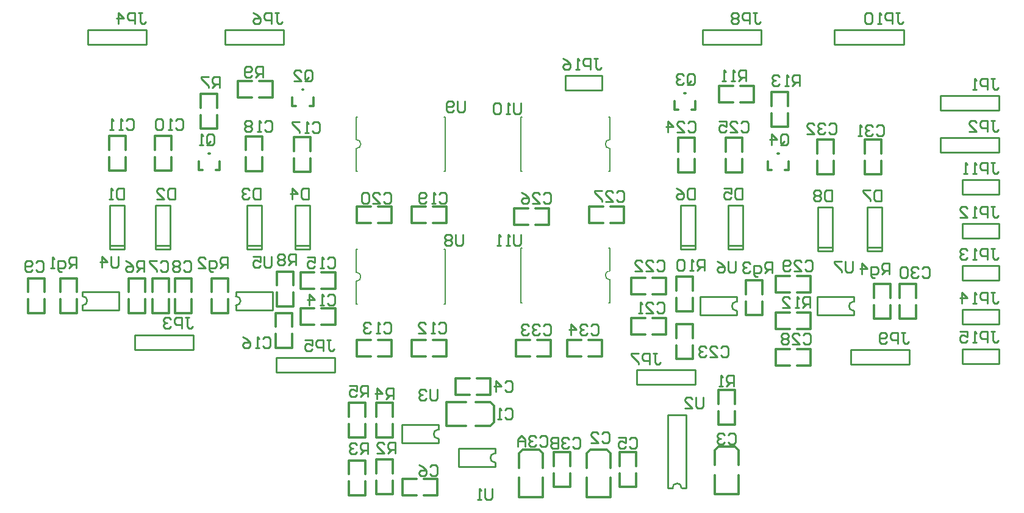
<source format=gbo>
G04*
G04 #@! TF.GenerationSoftware,Altium Limited,Altium Designer,24.2.2 (26)*
G04*
G04 Layer_Color=32896*
%FSLAX44Y44*%
%MOMM*%
G71*
G04*
G04 #@! TF.SameCoordinates,6AE4F847-9EFA-45B8-A2EA-998FC1DA7BFA*
G04*
G04*
G04 #@! TF.FilePolarity,Positive*
G04*
G01*
G75*
%ADD10C,0.2540*%
%ADD11C,0.3048*%
%ADD12C,0.2032*%
%ADD40C,0.2000*%
D10*
X935990Y24130D02*
G03*
X923290Y24130I-6350J0D01*
G01*
X676910Y72390D02*
G03*
X676910Y59690I0J-6350D01*
G01*
X598170Y105410D02*
G03*
X598170Y92710I0J-6350D01*
G01*
X104394Y277876D02*
G03*
X104394Y290576I0J6350D01*
G01*
X317246Y277876D02*
G03*
X317246Y290576I0J6350D01*
G01*
X1174750Y283210D02*
G03*
X1174750Y270510I0J-6350D01*
G01*
X1012190Y283210D02*
G03*
X1012190Y270510I0J-6350D01*
G01*
X916940Y24130D02*
Y125730D01*
X942340D01*
Y24130D02*
Y125730D01*
X935990Y24130D02*
X942340D01*
X916940D02*
X923290D01*
X626110Y53340D02*
X676910D01*
X626110D02*
Y78740D01*
X676910D01*
Y72390D02*
Y78740D01*
Y53340D02*
Y59690D01*
X547370Y86360D02*
X598170D01*
X547370D02*
Y111760D01*
X598170D01*
Y105410D02*
Y111760D01*
Y86360D02*
Y92710D01*
X873760Y187960D02*
X955040D01*
Y167640D02*
Y187960D01*
X873760Y167640D02*
X955040D01*
X873760D02*
Y177800D01*
Y187960D01*
X177038Y236728D02*
X258318D01*
Y216408D02*
Y236728D01*
X177038Y216408D02*
X258318D01*
X177038D02*
Y226568D01*
Y236728D01*
X104394Y296926D02*
X155194D01*
Y271526D02*
Y296926D01*
X104394Y271526D02*
X155194D01*
X104394D02*
Y277876D01*
Y290576D02*
Y296926D01*
X111760Y650240D02*
Y660400D01*
Y640080D02*
Y650240D01*
Y640080D02*
X193040D01*
Y660400D01*
X111760D02*
X193040D01*
X142240Y360934D02*
X162560D01*
X142240Y355854D02*
X162560D01*
Y416814D01*
X142240D02*
X162560D01*
X142240Y355854D02*
Y416814D01*
X205740Y360680D02*
X226060D01*
X205740Y355600D02*
X226060D01*
Y416560D01*
X205740D02*
X226060D01*
X205740Y355600D02*
Y416560D01*
X934720Y360680D02*
X955040D01*
X934720Y355600D02*
X955040D01*
Y416560D01*
X934720D02*
X955040D01*
X934720Y355600D02*
Y416560D01*
X1000760Y360934D02*
X1021080D01*
X1000760Y355854D02*
X1021080D01*
Y416814D01*
X1000760D02*
X1021080D01*
X1000760Y355854D02*
Y416814D01*
X399542Y360680D02*
X419862D01*
X399542Y355600D02*
X419862D01*
Y416560D01*
X399542D02*
X419862D01*
X399542Y355600D02*
Y416560D01*
X332486Y360934D02*
X352806D01*
X332486Y355854D02*
X352806D01*
Y416814D01*
X332486D02*
X352806D01*
X332486Y355854D02*
Y416814D01*
X317246Y290576D02*
Y296926D01*
Y271526D02*
Y277876D01*
Y271526D02*
X368046D01*
Y296926D01*
X317246D02*
X368046D01*
X1125220Y358140D02*
X1145540D01*
X1125220Y353060D02*
X1145540D01*
Y414020D01*
X1125220D02*
X1145540D01*
X1125220Y353060D02*
Y414020D01*
X1193800Y358394D02*
X1214120D01*
X1193800Y353314D02*
X1214120D01*
Y414274D01*
X1193800D02*
X1214120D01*
X1193800Y353314D02*
Y414274D01*
X1174750Y264160D02*
Y270510D01*
Y283210D02*
Y289560D01*
X1123950D02*
X1174750D01*
X1123950Y264160D02*
Y289560D01*
Y264160D02*
X1174750D01*
X1012190D02*
Y270510D01*
Y283210D02*
Y289560D01*
X961390D02*
X1012190D01*
X961390Y264160D02*
Y289560D01*
Y264160D02*
X1012190D01*
X965200Y650240D02*
Y660400D01*
Y640080D02*
Y650240D01*
Y640080D02*
X1046480D01*
Y660400D01*
X965200D02*
X1046480D01*
X1148080D02*
X1173480D01*
X1148080Y640080D02*
Y660400D01*
Y640080D02*
X1173480D01*
X1244600D02*
Y660400D01*
X1219200Y640080D02*
X1244600D01*
X1198880D02*
X1219200D01*
X1173480D02*
X1198880D01*
X1173480Y660400D02*
X1244600D01*
X302006Y650240D02*
Y660400D01*
Y640080D02*
Y650240D01*
Y640080D02*
X383286D01*
Y660400D01*
X302006D02*
X383286D01*
X1170940Y205740D02*
Y215900D01*
Y195580D02*
Y205740D01*
Y195580D02*
X1252220D01*
Y215900D01*
X1170940D02*
X1252220D01*
X373380Y195326D02*
Y205486D01*
Y185166D02*
Y195326D01*
Y185166D02*
X454660D01*
Y205486D01*
X373380D02*
X454660D01*
X825500Y576580D02*
Y586740D01*
X774700Y576580D02*
Y596900D01*
X779780D01*
X825500D01*
Y586740D02*
Y596900D01*
X774700Y576580D02*
X825500D01*
X1325880Y261620D02*
Y271780D01*
X1376680Y251460D02*
Y271780D01*
X1371600Y251460D02*
X1376680D01*
X1325880D02*
X1371600D01*
X1325880D02*
Y261620D01*
Y271780D02*
X1376680D01*
X1325880Y322580D02*
Y332740D01*
X1376680Y312420D02*
Y332740D01*
X1371600Y312420D02*
X1376680D01*
X1325880D02*
X1371600D01*
X1325880D02*
Y322580D01*
Y332740D02*
X1376680D01*
X1325880Y207010D02*
Y217170D01*
X1376680Y196850D02*
Y217170D01*
X1371600Y196850D02*
X1376680D01*
X1325880D02*
X1371600D01*
X1325880D02*
Y207010D01*
Y217170D02*
X1376680D01*
X1325880Y441960D02*
Y452120D01*
X1376680Y431800D02*
Y452120D01*
X1371600Y431800D02*
X1376680D01*
X1325880D02*
X1371600D01*
X1325880D02*
Y441960D01*
Y452120D02*
X1376680D01*
X1325880Y381000D02*
Y391160D01*
X1376680Y370840D02*
Y391160D01*
X1371600Y370840D02*
X1376680D01*
X1325880D02*
X1371600D01*
X1325880D02*
Y381000D01*
Y391160D02*
X1376680D01*
X1295400Y500380D02*
Y510540D01*
Y490220D02*
Y500380D01*
Y490220D02*
X1376680D01*
Y510540D01*
X1295400D02*
X1376680D01*
X1295400Y558800D02*
Y568960D01*
Y548640D02*
Y558800D01*
Y548640D02*
X1376680D01*
Y568960D01*
X1295400D02*
X1376680D01*
X1113784Y274322D02*
Y289557D01*
X1106166D01*
X1103627Y287018D01*
Y281940D01*
X1106166Y279401D01*
X1113784D01*
X1108706D02*
X1103627Y274322D01*
X1098549D02*
X1093470D01*
X1096010D01*
Y289557D01*
X1098549Y287018D01*
X1075696Y274322D02*
X1085853D01*
X1075696Y284479D01*
Y287018D01*
X1078235Y289557D01*
X1083314D01*
X1085853Y287018D01*
X712465Y375866D02*
Y363170D01*
X709926Y360631D01*
X704847D01*
X702308Y363170D01*
Y375866D01*
X697230Y360631D02*
X692151D01*
X694690D01*
Y375866D01*
X697230Y373326D01*
X684534Y360631D02*
X679455D01*
X681994D01*
Y375866D01*
X684534Y373326D01*
X712464Y558746D02*
Y546050D01*
X709925Y543511D01*
X704846D01*
X702307Y546050D01*
Y558746D01*
X697229Y543511D02*
X692150D01*
X694690D01*
Y558746D01*
X697229Y556207D01*
X684533D02*
X681994Y558746D01*
X676915D01*
X674376Y556207D01*
Y546050D01*
X676915Y543511D01*
X681994D01*
X684533Y546050D01*
Y556207D01*
X634996Y561286D02*
Y548590D01*
X632457Y546051D01*
X627378D01*
X624839Y548590D01*
Y561286D01*
X619761Y548590D02*
X617222Y546051D01*
X612143D01*
X609604Y548590D01*
Y558746D01*
X612143Y561286D01*
X617222D01*
X619761Y558746D01*
Y556207D01*
X617222Y553668D01*
X609604D01*
X632456Y375866D02*
Y363170D01*
X629917Y360631D01*
X624838D01*
X622299Y363170D01*
Y375866D01*
X617221Y373326D02*
X614682Y375866D01*
X609603D01*
X607064Y373326D01*
Y370787D01*
X609603Y368248D01*
X607064Y365709D01*
Y363170D01*
X609603Y360631D01*
X614682D01*
X617221Y363170D01*
Y365709D01*
X614682Y368248D01*
X617221Y370787D01*
Y373326D01*
X614682Y368248D02*
X609603D01*
X1173480Y338831D02*
Y326135D01*
X1170941Y323596D01*
X1165863D01*
X1163323Y326135D01*
Y338831D01*
X1158245D02*
X1148088D01*
Y336292D01*
X1158245Y326135D01*
Y323596D01*
X1010920Y338831D02*
Y326135D01*
X1008381Y323596D01*
X1003303D01*
X1000763Y326135D01*
Y338831D01*
X985528D02*
X990607Y336292D01*
X995685Y331213D01*
Y326135D01*
X993146Y323596D01*
X988067D01*
X985528Y326135D01*
Y328674D01*
X988067Y331213D01*
X995685D01*
X366776Y346197D02*
Y333501D01*
X364237Y330962D01*
X359159D01*
X356619Y333501D01*
Y346197D01*
X341384D02*
X351541D01*
Y338579D01*
X346463Y341119D01*
X343923D01*
X341384Y338579D01*
Y333501D01*
X343923Y330962D01*
X349002D01*
X351541Y333501D01*
X153924Y346197D02*
Y333501D01*
X151385Y330962D01*
X146306D01*
X143767Y333501D01*
Y346197D01*
X131071Y330962D02*
Y346197D01*
X138689Y338579D01*
X128532D01*
X596900Y161031D02*
Y148335D01*
X594361Y145796D01*
X589282D01*
X586743Y148335D01*
Y161031D01*
X581665Y158492D02*
X579126Y161031D01*
X574047D01*
X571508Y158492D01*
Y155953D01*
X574047Y153413D01*
X576587D01*
X574047D01*
X571508Y150874D01*
Y148335D01*
X574047Y145796D01*
X579126D01*
X581665Y148335D01*
X966216Y149855D02*
Y137159D01*
X963677Y134620D01*
X958598D01*
X956059Y137159D01*
Y149855D01*
X940824Y134620D02*
X950981D01*
X940824Y144777D01*
Y147316D01*
X943363Y149855D01*
X948442D01*
X950981Y147316D01*
X673097Y22857D02*
Y10162D01*
X670557Y7623D01*
X665479D01*
X662940Y10162D01*
Y22857D01*
X657862Y7623D02*
X652783D01*
X655322D01*
Y22857D01*
X657862Y20318D01*
X1224534Y321564D02*
Y336799D01*
X1216917D01*
X1214377Y334260D01*
Y329182D01*
X1216917Y326642D01*
X1224534D01*
X1219456D02*
X1214377Y321564D01*
X1204221Y316486D02*
X1201681D01*
X1199142Y319025D01*
Y331721D01*
X1206760D01*
X1209299Y329182D01*
Y324103D01*
X1206760Y321564D01*
X1199142D01*
X1186446D02*
Y336799D01*
X1194064Y329182D01*
X1183907D01*
X1061713Y322582D02*
Y337817D01*
X1054096D01*
X1051557Y335277D01*
Y330199D01*
X1054096Y327660D01*
X1061713D01*
X1056635D02*
X1051557Y322582D01*
X1041400Y317503D02*
X1038861D01*
X1036322Y320042D01*
Y332738D01*
X1043939D01*
X1046478Y330199D01*
Y325121D01*
X1043939Y322582D01*
X1036322D01*
X1031243Y335277D02*
X1028704Y337817D01*
X1023626D01*
X1021087Y335277D01*
Y332738D01*
X1023626Y330199D01*
X1026165D01*
X1023626D01*
X1021087Y327660D01*
Y325121D01*
X1023626Y322582D01*
X1028704D01*
X1031243Y325121D01*
X305816Y329946D02*
Y345181D01*
X298199D01*
X295659Y342642D01*
Y337564D01*
X298199Y335024D01*
X305816D01*
X300738D02*
X295659Y329946D01*
X285503Y324868D02*
X282963D01*
X280424Y327407D01*
Y340103D01*
X288042D01*
X290581Y337564D01*
Y332485D01*
X288042Y329946D01*
X280424D01*
X265189D02*
X275346D01*
X265189Y340103D01*
Y342642D01*
X267728Y345181D01*
X272807D01*
X275346Y342642D01*
X95250Y329946D02*
Y345181D01*
X87633D01*
X85093Y342642D01*
Y337564D01*
X87633Y335024D01*
X95250D01*
X90172D02*
X85093Y329946D01*
X74937Y324868D02*
X72397D01*
X69858Y327407D01*
Y340103D01*
X77476D01*
X80015Y337564D01*
Y332485D01*
X77476Y329946D01*
X69858D01*
X64780D02*
X59701D01*
X62241D01*
Y345181D01*
X64780Y342642D01*
X1099566Y583184D02*
Y598419D01*
X1091948D01*
X1089409Y595880D01*
Y590802D01*
X1091948Y588262D01*
X1099566D01*
X1094488D02*
X1089409Y583184D01*
X1084331D02*
X1079253D01*
X1081792D01*
Y598419D01*
X1084331Y595880D01*
X1071635D02*
X1069096Y598419D01*
X1064017D01*
X1061478Y595880D01*
Y593341D01*
X1064017Y590802D01*
X1066557D01*
X1064017D01*
X1061478Y588262D01*
Y585723D01*
X1064017Y583184D01*
X1069096D01*
X1071635Y585723D01*
X1024885Y589282D02*
Y604518D01*
X1017267D01*
X1014728Y601978D01*
Y596900D01*
X1017267Y594361D01*
X1024885D01*
X1019806D02*
X1014728Y589282D01*
X1009650D02*
X1004571D01*
X1007110D01*
Y604518D01*
X1009650Y601978D01*
X996954Y589282D02*
X991875D01*
X994415D01*
Y604518D01*
X996954Y601978D01*
X967486Y326644D02*
Y341879D01*
X959868D01*
X957329Y339340D01*
Y334262D01*
X959868Y331722D01*
X967486D01*
X962408D02*
X957329Y326644D01*
X952251D02*
X947173D01*
X949712D01*
Y341879D01*
X952251Y339340D01*
X939555D02*
X937016Y341879D01*
X931937D01*
X929398Y339340D01*
Y329183D01*
X931937Y326644D01*
X937016D01*
X939555Y329183D01*
Y339340D01*
X354834Y595125D02*
Y610359D01*
X347216D01*
X344677Y607820D01*
Y602742D01*
X347216Y600203D01*
X354834D01*
X349756D02*
X344677Y595125D01*
X339599Y597664D02*
X337060Y595125D01*
X331981D01*
X329442Y597664D01*
Y607820D01*
X331981Y610359D01*
X337060D01*
X339599Y607820D01*
Y605281D01*
X337060Y602742D01*
X329442D01*
X400304Y334010D02*
Y349245D01*
X392687D01*
X390147Y346706D01*
Y341628D01*
X392687Y339088D01*
X400304D01*
X395226D02*
X390147Y334010D01*
X385069Y346706D02*
X382530Y349245D01*
X377451D01*
X374912Y346706D01*
Y344167D01*
X377451Y341628D01*
X374912Y339088D01*
Y336549D01*
X377451Y334010D01*
X382530D01*
X385069Y336549D01*
Y339088D01*
X382530Y341628D01*
X385069Y344167D01*
Y346706D01*
X382530Y341628D02*
X377451D01*
X294386Y580644D02*
Y595879D01*
X286768D01*
X284229Y593340D01*
Y588261D01*
X286768Y585722D01*
X294386D01*
X289308D02*
X284229Y580644D01*
X279151Y595879D02*
X268994D01*
Y593340D01*
X279151Y583183D01*
Y580644D01*
X189992Y324866D02*
Y340101D01*
X182374D01*
X179835Y337562D01*
Y332483D01*
X182374Y329944D01*
X189992D01*
X184914D02*
X179835Y324866D01*
X164600Y340101D02*
X169679Y337562D01*
X174757Y332483D01*
Y327405D01*
X172218Y324866D01*
X167139D01*
X164600Y327405D01*
Y329944D01*
X167139Y332483D01*
X174757D01*
X500126Y151384D02*
Y166619D01*
X492509D01*
X489969Y164080D01*
Y159002D01*
X492509Y156462D01*
X500126D01*
X495048D02*
X489969Y151384D01*
X474734Y166619D02*
X484891D01*
Y159002D01*
X479813Y161541D01*
X477273D01*
X474734Y159002D01*
Y153923D01*
X477273Y151384D01*
X482352D01*
X484891Y153923D01*
X535936Y147323D02*
Y162558D01*
X528318D01*
X525779Y160018D01*
Y154940D01*
X528318Y152401D01*
X535936D01*
X530858D02*
X525779Y147323D01*
X513083D02*
Y162558D01*
X520701Y154940D01*
X510544D01*
X500126Y71374D02*
Y86609D01*
X492509D01*
X489969Y84070D01*
Y78991D01*
X492509Y76452D01*
X500126D01*
X495048D02*
X489969Y71374D01*
X484891Y84070D02*
X482352Y86609D01*
X477273D01*
X474734Y84070D01*
Y81531D01*
X477273Y78991D01*
X479813D01*
X477273D01*
X474734Y76452D01*
Y73913D01*
X477273Y71374D01*
X482352D01*
X484891Y73913D01*
X538226Y72644D02*
Y87879D01*
X530608D01*
X528069Y85340D01*
Y80261D01*
X530608Y77722D01*
X538226D01*
X533148D02*
X528069Y72644D01*
X512834D02*
X522991D01*
X512834Y82801D01*
Y85340D01*
X515373Y87879D01*
X520452D01*
X522991Y85340D01*
X1008377Y165103D02*
Y180338D01*
X1000759D01*
X998220Y177798D01*
Y172720D01*
X1000759Y170181D01*
X1008377D01*
X1003298D02*
X998220Y165103D01*
X993142D02*
X988063D01*
X990602D01*
Y180338D01*
X993142Y177798D01*
X1073407Y503427D02*
Y513584D01*
X1075947Y516123D01*
X1081025D01*
X1083564Y513584D01*
Y503427D01*
X1081025Y500888D01*
X1075947D01*
X1078486Y505966D02*
X1073407Y500888D01*
X1075947D02*
X1073407Y503427D01*
X1060711Y500888D02*
Y516123D01*
X1068329Y508506D01*
X1058172D01*
X943867Y587247D02*
Y597404D01*
X946406Y599943D01*
X951485D01*
X954024Y597404D01*
Y587247D01*
X951485Y584708D01*
X946406D01*
X948946Y589786D02*
X943867Y584708D01*
X946406D02*
X943867Y587247D01*
X938789Y597404D02*
X936250Y599943D01*
X931171D01*
X928632Y597404D01*
Y594865D01*
X931171Y592326D01*
X933711D01*
X931171D01*
X928632Y589786D01*
Y587247D01*
X931171Y584708D01*
X936250D01*
X938789Y587247D01*
X413515Y592581D02*
Y602738D01*
X416054Y605277D01*
X421133D01*
X423672Y602738D01*
Y592581D01*
X421133Y590042D01*
X416054D01*
X418594Y595120D02*
X413515Y590042D01*
X416054D02*
X413515Y592581D01*
X398280Y590042D02*
X408437D01*
X398280Y600199D01*
Y602738D01*
X400819Y605277D01*
X405898D01*
X408437Y602738D01*
X276609Y503427D02*
Y513584D01*
X279149Y516123D01*
X284227D01*
X286766Y513584D01*
Y503427D01*
X284227Y500888D01*
X279149D01*
X281688Y505966D02*
X276609Y500888D01*
X279149D02*
X276609Y503427D01*
X271531Y500888D02*
X266453D01*
X268992D01*
Y516123D01*
X271531Y513584D01*
X814073Y621025D02*
X819152D01*
X816612D01*
Y608329D01*
X819152Y605790D01*
X821691D01*
X824230Y608329D01*
X808995Y605790D02*
Y621025D01*
X801377D01*
X798838Y618486D01*
Y613408D01*
X801377Y610868D01*
X808995D01*
X793760Y605790D02*
X788681D01*
X791221D01*
Y621025D01*
X793760Y618486D01*
X770907Y621025D02*
X775986Y618486D01*
X781064Y613408D01*
Y608329D01*
X778525Y605790D01*
X773446D01*
X770907Y608329D01*
Y610868D01*
X773446Y613408D01*
X781064D01*
X1365253Y241295D02*
X1370332D01*
X1367793D01*
Y228599D01*
X1370332Y226060D01*
X1372871D01*
X1375410Y228599D01*
X1360175Y226060D02*
Y241295D01*
X1352557D01*
X1350018Y238756D01*
Y233678D01*
X1352557Y231138D01*
X1360175D01*
X1344940Y226060D02*
X1339861D01*
X1342401D01*
Y241295D01*
X1344940Y238756D01*
X1322087Y241295D02*
X1332244D01*
Y233678D01*
X1327166Y236217D01*
X1324626D01*
X1322087Y233678D01*
Y228599D01*
X1324626Y226060D01*
X1329705D01*
X1332244Y228599D01*
X1365253Y295905D02*
X1370332D01*
X1367793D01*
Y283209D01*
X1370332Y280670D01*
X1372871D01*
X1375410Y283209D01*
X1360175Y280670D02*
Y295905D01*
X1352557D01*
X1350018Y293366D01*
Y288288D01*
X1352557Y285748D01*
X1360175D01*
X1344940Y280670D02*
X1339861D01*
X1342401D01*
Y295905D01*
X1344940Y293366D01*
X1324626Y280670D02*
Y295905D01*
X1332244Y288288D01*
X1322087D01*
X1365253Y356865D02*
X1370332D01*
X1367793D01*
Y344169D01*
X1370332Y341630D01*
X1372871D01*
X1375410Y344169D01*
X1360175Y341630D02*
Y356865D01*
X1352557D01*
X1350018Y354326D01*
Y349248D01*
X1352557Y346708D01*
X1360175D01*
X1344940Y341630D02*
X1339861D01*
X1342401D01*
Y356865D01*
X1344940Y354326D01*
X1332244D02*
X1329705Y356865D01*
X1324626D01*
X1322087Y354326D01*
Y351787D01*
X1324626Y349248D01*
X1327166D01*
X1324626D01*
X1322087Y346708D01*
Y344169D01*
X1324626Y341630D01*
X1329705D01*
X1332244Y344169D01*
X1365253Y415285D02*
X1370332D01*
X1367793D01*
Y402589D01*
X1370332Y400050D01*
X1372871D01*
X1375410Y402589D01*
X1360175Y400050D02*
Y415285D01*
X1352557D01*
X1350018Y412746D01*
Y407668D01*
X1352557Y405128D01*
X1360175D01*
X1344940Y400050D02*
X1339861D01*
X1342401D01*
Y415285D01*
X1344940Y412746D01*
X1322087Y400050D02*
X1332244D01*
X1322087Y410207D01*
Y412746D01*
X1324626Y415285D01*
X1329705D01*
X1332244Y412746D01*
X1365253Y476245D02*
X1370332D01*
X1367793D01*
Y463549D01*
X1370332Y461010D01*
X1372871D01*
X1375410Y463549D01*
X1360175Y461010D02*
Y476245D01*
X1352557D01*
X1350018Y473706D01*
Y468628D01*
X1352557Y466088D01*
X1360175D01*
X1344940Y461010D02*
X1339861D01*
X1342401D01*
Y476245D01*
X1344940Y473706D01*
X1332244Y461010D02*
X1327166D01*
X1329705D01*
Y476245D01*
X1332244Y473706D01*
X1233173Y684525D02*
X1238252D01*
X1235713D01*
Y671829D01*
X1238252Y669290D01*
X1240791D01*
X1243330Y671829D01*
X1228095Y669290D02*
Y684525D01*
X1220477D01*
X1217938Y681986D01*
Y676908D01*
X1220477Y674368D01*
X1228095D01*
X1212860Y669290D02*
X1207782D01*
X1210321D01*
Y684525D01*
X1212860Y681986D01*
X1200164D02*
X1197625Y684525D01*
X1192546D01*
X1190007Y681986D01*
Y671829D01*
X1192546Y669290D01*
X1197625D01*
X1200164Y671829D01*
Y681986D01*
X1240793Y240025D02*
X1245872D01*
X1243333D01*
Y227329D01*
X1245872Y224790D01*
X1248411D01*
X1250950Y227329D01*
X1235715Y224790D02*
Y240025D01*
X1228097D01*
X1225558Y237486D01*
Y232407D01*
X1228097Y229868D01*
X1235715D01*
X1220480Y227329D02*
X1217941Y224790D01*
X1212862D01*
X1210323Y227329D01*
Y237486D01*
X1212862Y240025D01*
X1217941D01*
X1220480Y237486D01*
Y234947D01*
X1217941Y232407D01*
X1210323D01*
X1035053Y684525D02*
X1040132D01*
X1037592D01*
Y671829D01*
X1040132Y669290D01*
X1042671D01*
X1045210Y671829D01*
X1029975Y669290D02*
Y684525D01*
X1022357D01*
X1019818Y681986D01*
Y676908D01*
X1022357Y674368D01*
X1029975D01*
X1014740Y681986D02*
X1012201Y684525D01*
X1007122D01*
X1004583Y681986D01*
Y679447D01*
X1007122Y676908D01*
X1004583Y674368D01*
Y671829D01*
X1007122Y669290D01*
X1012201D01*
X1014740Y671829D01*
Y674368D01*
X1012201Y676908D01*
X1014740Y679447D01*
Y681986D01*
X1012201Y676908D02*
X1007122D01*
X896617Y210818D02*
X901695D01*
X899156D01*
Y198122D01*
X901695Y195583D01*
X904234D01*
X906773Y198122D01*
X891538Y195583D02*
Y210818D01*
X883921D01*
X881382Y208278D01*
Y203200D01*
X883921Y200661D01*
X891538D01*
X876303Y210818D02*
X866147D01*
Y208278D01*
X876303Y198122D01*
Y195583D01*
X371859Y684525D02*
X376938D01*
X374398D01*
Y671829D01*
X376938Y669290D01*
X379477D01*
X382016Y671829D01*
X366781Y669290D02*
Y684525D01*
X359163D01*
X356624Y681986D01*
Y676908D01*
X359163Y674368D01*
X366781D01*
X341389Y684525D02*
X346468Y681986D01*
X351546Y676908D01*
Y671829D01*
X349007Y669290D01*
X343928D01*
X341389Y671829D01*
Y674368D01*
X343928Y676908D01*
X351546D01*
X443233Y229611D02*
X448312D01*
X445773D01*
Y216915D01*
X448312Y214376D01*
X450851D01*
X453390Y216915D01*
X438155Y214376D02*
Y229611D01*
X430537D01*
X427998Y227072D01*
Y221994D01*
X430537Y219454D01*
X438155D01*
X412763Y229611D02*
X422920D01*
Y221994D01*
X417841Y224533D01*
X415302D01*
X412763Y221994D01*
Y216915D01*
X415302Y214376D01*
X420381D01*
X422920Y216915D01*
X181613Y684525D02*
X186692D01*
X184153D01*
Y671829D01*
X186692Y669290D01*
X189231D01*
X191770Y671829D01*
X176535Y669290D02*
Y684525D01*
X168917D01*
X166378Y681986D01*
Y676908D01*
X168917Y674368D01*
X176535D01*
X153682Y669290D02*
Y684525D01*
X161300Y676908D01*
X151143D01*
X246891Y260853D02*
X251970D01*
X249431D01*
Y248157D01*
X251970Y245618D01*
X254509D01*
X257048Y248157D01*
X241813Y245618D02*
Y260853D01*
X234195D01*
X231656Y258314D01*
Y253235D01*
X234195Y250696D01*
X241813D01*
X226578Y258314D02*
X224039Y260853D01*
X218960D01*
X216421Y258314D01*
Y255775D01*
X218960Y253235D01*
X221500D01*
X218960D01*
X216421Y250696D01*
Y248157D01*
X218960Y245618D01*
X224039D01*
X226578Y248157D01*
X1365253Y534665D02*
X1370332D01*
X1367793D01*
Y521969D01*
X1370332Y519430D01*
X1372871D01*
X1375410Y521969D01*
X1360175Y519430D02*
Y534665D01*
X1352557D01*
X1350018Y532126D01*
Y527048D01*
X1352557Y524508D01*
X1360175D01*
X1334783Y519430D02*
X1344940D01*
X1334783Y529587D01*
Y532126D01*
X1337322Y534665D01*
X1342401D01*
X1344940Y532126D01*
X1365253Y593085D02*
X1370332D01*
X1367793D01*
Y580389D01*
X1370332Y577850D01*
X1372871D01*
X1375410Y580389D01*
X1360175Y577850D02*
Y593085D01*
X1352557D01*
X1350018Y590546D01*
Y585467D01*
X1352557Y582928D01*
X1360175D01*
X1344940Y577850D02*
X1339861D01*
X1342401D01*
Y593085D01*
X1344940Y590546D01*
X1144270Y438145D02*
Y422910D01*
X1136653D01*
X1134113Y425449D01*
Y435606D01*
X1136653Y438145D01*
X1144270D01*
X1129035Y435606D02*
X1126496Y438145D01*
X1121417D01*
X1118878Y435606D01*
Y433067D01*
X1121417Y430527D01*
X1118878Y427988D01*
Y425449D01*
X1121417Y422910D01*
X1126496D01*
X1129035Y425449D01*
Y427988D01*
X1126496Y430527D01*
X1129035Y433067D01*
Y435606D01*
X1126496Y430527D02*
X1121417D01*
X1212850Y438399D02*
Y423164D01*
X1205232D01*
X1202693Y425703D01*
Y435860D01*
X1205232Y438399D01*
X1212850D01*
X1197615D02*
X1187458D01*
Y435860D01*
X1197615Y425703D01*
Y423164D01*
X953770Y440685D02*
Y425450D01*
X946152D01*
X943613Y427989D01*
Y438146D01*
X946152Y440685D01*
X953770D01*
X928378D02*
X933457Y438146D01*
X938535Y433068D01*
Y427989D01*
X935996Y425450D01*
X930917D01*
X928378Y427989D01*
Y430528D01*
X930917Y433068D01*
X938535D01*
X1019810Y440939D02*
Y425704D01*
X1012193D01*
X1009653Y428243D01*
Y438400D01*
X1012193Y440939D01*
X1019810D01*
X994418D02*
X1004575D01*
Y433321D01*
X999497Y435861D01*
X996957D01*
X994418Y433321D01*
Y428243D01*
X996957Y425704D01*
X1002036D01*
X1004575Y428243D01*
X418592Y440685D02*
Y425450D01*
X410975D01*
X408435Y427989D01*
Y438146D01*
X410975Y440685D01*
X418592D01*
X395739Y425450D02*
Y440685D01*
X403357Y433068D01*
X393200D01*
X351536Y440939D02*
Y425704D01*
X343918D01*
X341379Y428243D01*
Y438400D01*
X343918Y440939D01*
X351536D01*
X336301Y438400D02*
X333762Y440939D01*
X328683D01*
X326144Y438400D01*
Y435861D01*
X328683Y433321D01*
X331223D01*
X328683D01*
X326144Y430782D01*
Y428243D01*
X328683Y425704D01*
X333762D01*
X336301Y428243D01*
X232410Y440685D02*
Y425450D01*
X224792D01*
X222253Y427989D01*
Y438146D01*
X224792Y440685D01*
X232410D01*
X207018Y425450D02*
X217175D01*
X207018Y435607D01*
Y438146D01*
X209557Y440685D01*
X214636D01*
X217175Y438146D01*
X161290Y440939D02*
Y425704D01*
X153673D01*
X151133Y428243D01*
Y438400D01*
X153673Y440939D01*
X161290D01*
X146055Y425704D02*
X140977D01*
X143516D01*
Y440939D01*
X146055Y438400D01*
X810257Y248918D02*
X812796Y251458D01*
X817874D01*
X820413Y248918D01*
Y238762D01*
X817874Y236222D01*
X812796D01*
X810257Y238762D01*
X805178Y248918D02*
X802639Y251458D01*
X797561D01*
X795022Y248918D01*
Y246379D01*
X797561Y243840D01*
X800100D01*
X797561D01*
X795022Y241301D01*
Y238762D01*
X797561Y236222D01*
X802639D01*
X805178Y238762D01*
X782326Y236222D02*
Y251458D01*
X789943Y243840D01*
X779787D01*
X744217Y248918D02*
X746756Y251458D01*
X751834D01*
X754373Y248918D01*
Y238762D01*
X751834Y236222D01*
X746756D01*
X744217Y238762D01*
X739138Y248918D02*
X736599Y251458D01*
X731521D01*
X728982Y248918D01*
Y246379D01*
X731521Y243840D01*
X734060D01*
X731521D01*
X728982Y241301D01*
Y238762D01*
X731521Y236222D01*
X736599D01*
X739138Y238762D01*
X723903Y248918D02*
X721364Y251458D01*
X716286D01*
X713747Y248918D01*
Y246379D01*
X716286Y243840D01*
X718825D01*
X716286D01*
X713747Y241301D01*
Y238762D01*
X716286Y236222D01*
X721364D01*
X723903Y238762D01*
X1140457Y528318D02*
X1142996Y530858D01*
X1148074D01*
X1150613Y528318D01*
Y518162D01*
X1148074Y515622D01*
X1142996D01*
X1140457Y518162D01*
X1135378Y528318D02*
X1132839Y530858D01*
X1127761D01*
X1125222Y528318D01*
Y525779D01*
X1127761Y523240D01*
X1130300D01*
X1127761D01*
X1125222Y520701D01*
Y518162D01*
X1127761Y515622D01*
X1132839D01*
X1135378Y518162D01*
X1109987Y515622D02*
X1120143D01*
X1109987Y525779D01*
Y528318D01*
X1112526Y530858D01*
X1117604D01*
X1120143Y528318D01*
X1206497Y525778D02*
X1209037Y528317D01*
X1214115D01*
X1216654Y525778D01*
Y515622D01*
X1214115Y513083D01*
X1209037D01*
X1206497Y515622D01*
X1201419Y525778D02*
X1198880Y528317D01*
X1193802D01*
X1191262Y525778D01*
Y523239D01*
X1193802Y520700D01*
X1196341D01*
X1193802D01*
X1191262Y518161D01*
Y515622D01*
X1193802Y513083D01*
X1198880D01*
X1201419Y515622D01*
X1186184Y513083D02*
X1181106D01*
X1183645D01*
Y528317D01*
X1186184Y525778D01*
X1269749Y329180D02*
X1272289Y331719D01*
X1277367D01*
X1279906Y329180D01*
Y319023D01*
X1277367Y316484D01*
X1272289D01*
X1269749Y319023D01*
X1264671Y329180D02*
X1262132Y331719D01*
X1257053D01*
X1254514Y329180D01*
Y326641D01*
X1257053Y324101D01*
X1259593D01*
X1257053D01*
X1254514Y321562D01*
Y319023D01*
X1257053Y316484D01*
X1262132D01*
X1264671Y319023D01*
X1249436Y329180D02*
X1246897Y331719D01*
X1241818D01*
X1239279Y329180D01*
Y319023D01*
X1241818Y316484D01*
X1246897D01*
X1249436Y319023D01*
Y329180D01*
X1107437Y337818D02*
X1109976Y340358D01*
X1115054D01*
X1117593Y337818D01*
Y327662D01*
X1115054Y325122D01*
X1109976D01*
X1107437Y327662D01*
X1092202Y325122D02*
X1102358D01*
X1092202Y335279D01*
Y337818D01*
X1094741Y340358D01*
X1099819D01*
X1102358Y337818D01*
X1087123Y327662D02*
X1084584Y325122D01*
X1079506D01*
X1076967Y327662D01*
Y337818D01*
X1079506Y340358D01*
X1084584D01*
X1087123Y337818D01*
Y335279D01*
X1084584Y332740D01*
X1076967D01*
X1104897Y236218D02*
X1107436Y238757D01*
X1112514D01*
X1115053Y236218D01*
Y226062D01*
X1112514Y223522D01*
X1107436D01*
X1104897Y226062D01*
X1089662Y223522D02*
X1099818D01*
X1089662Y233679D01*
Y236218D01*
X1092201Y238757D01*
X1097279D01*
X1099818Y236218D01*
X1084583D02*
X1082044Y238757D01*
X1076966D01*
X1074427Y236218D01*
Y233679D01*
X1076966Y231140D01*
X1074427Y228601D01*
Y226062D01*
X1076966Y223522D01*
X1082044D01*
X1084583Y226062D01*
Y228601D01*
X1082044Y231140D01*
X1084583Y233679D01*
Y236218D01*
X1082044Y231140D02*
X1076966D01*
X845817Y434338D02*
X848356Y436878D01*
X853434D01*
X855973Y434338D01*
Y424182D01*
X853434Y421642D01*
X848356D01*
X845817Y424182D01*
X830582Y421642D02*
X840738D01*
X830582Y431799D01*
Y434338D01*
X833121Y436878D01*
X838199D01*
X840738Y434338D01*
X825503Y436878D02*
X815347D01*
Y434338D01*
X825503Y424182D01*
Y421642D01*
X744217Y431798D02*
X746756Y434338D01*
X751834D01*
X754373Y431798D01*
Y421642D01*
X751834Y419103D01*
X746756D01*
X744217Y421642D01*
X728982Y419103D02*
X739138D01*
X728982Y429259D01*
Y431798D01*
X731521Y434338D01*
X736599D01*
X739138Y431798D01*
X713747Y434338D02*
X718825Y431798D01*
X723903Y426720D01*
Y421642D01*
X721364Y419103D01*
X716286D01*
X713747Y421642D01*
Y424181D01*
X716286Y426720D01*
X723903D01*
X1018537Y530858D02*
X1021076Y533397D01*
X1026154D01*
X1028693Y530858D01*
Y520702D01*
X1026154Y518162D01*
X1021076D01*
X1018537Y520702D01*
X1003302Y518162D02*
X1013458D01*
X1003302Y528319D01*
Y530858D01*
X1005841Y533397D01*
X1010919D01*
X1013458Y530858D01*
X988067Y533397D02*
X998223D01*
Y525780D01*
X993145Y528319D01*
X990606D01*
X988067Y525780D01*
Y520702D01*
X990606Y518162D01*
X995684D01*
X998223Y520702D01*
X944877Y530858D02*
X947416Y533397D01*
X952494D01*
X955033Y530858D01*
Y520702D01*
X952494Y518162D01*
X947416D01*
X944877Y520702D01*
X929642Y518162D02*
X939798D01*
X929642Y528319D01*
Y530858D01*
X932181Y533397D01*
X937259D01*
X939798Y530858D01*
X916946Y518162D02*
Y533397D01*
X924563Y525780D01*
X914407D01*
X990597Y218438D02*
X993136Y220977D01*
X998214D01*
X1000753Y218438D01*
Y208282D01*
X998214Y205742D01*
X993136D01*
X990597Y208282D01*
X975362Y205742D02*
X985518D01*
X975362Y215899D01*
Y218438D01*
X977901Y220977D01*
X982979D01*
X985518Y218438D01*
X970283D02*
X967744Y220977D01*
X962666D01*
X960127Y218438D01*
Y215899D01*
X962666Y213360D01*
X965205D01*
X962666D01*
X960127Y210821D01*
Y208282D01*
X962666Y205742D01*
X967744D01*
X970283Y208282D01*
X901697Y337818D02*
X904236Y340358D01*
X909314D01*
X911853Y337818D01*
Y327662D01*
X909314Y325122D01*
X904236D01*
X901697Y327662D01*
X886462Y325122D02*
X896618D01*
X886462Y335279D01*
Y337818D01*
X889001Y340358D01*
X894079D01*
X896618Y337818D01*
X871227Y325122D02*
X881383D01*
X871227Y335279D01*
Y337818D01*
X873766Y340358D01*
X878844D01*
X881383Y337818D01*
X901697Y279398D02*
X904237Y281938D01*
X909315D01*
X911854Y279398D01*
Y269242D01*
X909315Y266702D01*
X904237D01*
X901697Y269242D01*
X886462Y266702D02*
X896619D01*
X886462Y276859D01*
Y279398D01*
X889002Y281938D01*
X894080D01*
X896619Y279398D01*
X881384Y266702D02*
X876306D01*
X878845D01*
Y281938D01*
X881384Y279398D01*
X522729Y431798D02*
X525268Y434338D01*
X530346D01*
X532885Y431798D01*
Y421642D01*
X530346Y419103D01*
X525268D01*
X522729Y421642D01*
X507494Y419103D02*
X517650D01*
X507494Y429259D01*
Y431798D01*
X510033Y434338D01*
X515111D01*
X517650Y431798D01*
X502415D02*
X499876Y434338D01*
X494798D01*
X492259Y431798D01*
Y421642D01*
X494798Y419103D01*
X499876D01*
X502415Y421642D01*
Y431798D01*
X599437Y432052D02*
X601976Y434591D01*
X607055D01*
X609594Y432052D01*
Y421896D01*
X607055Y419356D01*
X601976D01*
X599437Y421896D01*
X594359Y419356D02*
X589280D01*
X591820D01*
Y434591D01*
X594359Y432052D01*
X581663Y421896D02*
X579124Y419356D01*
X574045D01*
X571506Y421896D01*
Y432052D01*
X574045Y434591D01*
X579124D01*
X581663Y432052D01*
Y429513D01*
X579124Y426974D01*
X571506D01*
X357629Y532128D02*
X360168Y534668D01*
X365247D01*
X367786Y532128D01*
Y521972D01*
X365247Y519432D01*
X360168D01*
X357629Y521972D01*
X352551Y519432D02*
X347472D01*
X350012D01*
Y534668D01*
X352551Y532128D01*
X339855D02*
X337316Y534668D01*
X332237D01*
X329698Y532128D01*
Y529589D01*
X332237Y527050D01*
X329698Y524511D01*
Y521972D01*
X332237Y519432D01*
X337316D01*
X339855Y521972D01*
Y524511D01*
X337316Y527050D01*
X339855Y529589D01*
Y532128D01*
X337316Y527050D02*
X332237D01*
X422907Y530350D02*
X425446Y532890D01*
X430525D01*
X433064Y530350D01*
Y520194D01*
X430525Y517654D01*
X425446D01*
X422907Y520194D01*
X417829Y517654D02*
X412750D01*
X415290D01*
Y532890D01*
X417829Y530350D01*
X405133Y532890D02*
X394976D01*
Y530350D01*
X405133Y520194D01*
Y517654D01*
X355089Y231900D02*
X357628Y234440D01*
X362707D01*
X365246Y231900D01*
Y221744D01*
X362707Y219205D01*
X357628D01*
X355089Y221744D01*
X350011Y219205D02*
X344932D01*
X347472D01*
Y234440D01*
X350011Y231900D01*
X327158Y234440D02*
X332237Y231900D01*
X337315Y226822D01*
Y221744D01*
X334776Y219205D01*
X329697D01*
X327158Y221744D01*
Y224283D01*
X329697Y226822D01*
X337315D01*
X444751Y342136D02*
X447290Y344675D01*
X452369D01*
X454908Y342136D01*
Y331980D01*
X452369Y329440D01*
X447290D01*
X444751Y331980D01*
X439673Y329440D02*
X434594D01*
X437134D01*
Y344675D01*
X439673Y342136D01*
X416820Y344675D02*
X426977D01*
Y337058D01*
X421898Y339597D01*
X419359D01*
X416820Y337058D01*
Y331980D01*
X419359Y329440D01*
X424438D01*
X426977Y331980D01*
X444243Y290574D02*
X446782Y293113D01*
X451861D01*
X454400Y290574D01*
Y280418D01*
X451861Y277878D01*
X446782D01*
X444243Y280418D01*
X439165Y277878D02*
X434086D01*
X436626D01*
Y293113D01*
X439165Y290574D01*
X418851Y277878D02*
Y293113D01*
X426469Y285496D01*
X416312D01*
X522227Y251710D02*
X524767Y254249D01*
X529845D01*
X532384Y251710D01*
Y241553D01*
X529845Y239014D01*
X524767D01*
X522227Y241553D01*
X517149Y239014D02*
X512071D01*
X514610D01*
Y254249D01*
X517149Y251710D01*
X504453D02*
X501914Y254249D01*
X496836D01*
X494296Y251710D01*
Y249171D01*
X496836Y246632D01*
X499375D01*
X496836D01*
X494296Y244092D01*
Y241553D01*
X496836Y239014D01*
X501914D01*
X504453Y241553D01*
X598427Y251710D02*
X600966Y254249D01*
X606045D01*
X608584Y251710D01*
Y241553D01*
X606045Y239014D01*
X600966D01*
X598427Y241553D01*
X593349Y239014D02*
X588271D01*
X590810D01*
Y254249D01*
X593349Y251710D01*
X570496Y239014D02*
X580653D01*
X570496Y249171D01*
Y251710D01*
X573036Y254249D01*
X578114D01*
X580653Y251710D01*
X164849Y534920D02*
X167388Y537459D01*
X172467D01*
X175006Y534920D01*
Y524763D01*
X172467Y522224D01*
X167388D01*
X164849Y524763D01*
X159771Y522224D02*
X154693D01*
X157232D01*
Y537459D01*
X159771Y534920D01*
X147075Y522224D02*
X141997D01*
X144536D01*
Y537459D01*
X147075Y534920D01*
X233429D02*
X235968Y537459D01*
X241047D01*
X243586Y534920D01*
Y524763D01*
X241047Y522224D01*
X235968D01*
X233429Y524763D01*
X228351Y522224D02*
X223273D01*
X225812D01*
Y537459D01*
X228351Y534920D01*
X215655D02*
X213116Y537459D01*
X208037D01*
X205498Y534920D01*
Y524763D01*
X208037Y522224D01*
X213116D01*
X215655Y524763D01*
Y534920D01*
X40135Y337562D02*
X42674Y340101D01*
X47753D01*
X50292Y337562D01*
Y327405D01*
X47753Y324866D01*
X42674D01*
X40135Y327405D01*
X35057D02*
X32518Y324866D01*
X27439D01*
X24900Y327405D01*
Y337562D01*
X27439Y340101D01*
X32518D01*
X35057Y337562D01*
Y335023D01*
X32518Y332483D01*
X24900D01*
X244859Y337562D02*
X247398Y340101D01*
X252477D01*
X255016Y337562D01*
Y327405D01*
X252477Y324866D01*
X247398D01*
X244859Y327405D01*
X239781Y337562D02*
X237242Y340101D01*
X232163D01*
X229624Y337562D01*
Y335023D01*
X232163Y332483D01*
X229624Y329944D01*
Y327405D01*
X232163Y324866D01*
X237242D01*
X239781Y327405D01*
Y329944D01*
X237242Y332483D01*
X239781Y335023D01*
Y337562D01*
X237242Y332483D02*
X232163D01*
X212855Y337562D02*
X215394Y340101D01*
X220473D01*
X223012Y337562D01*
Y327405D01*
X220473Y324866D01*
X215394D01*
X212855Y327405D01*
X207777Y340101D02*
X197620D01*
Y337562D01*
X207777Y327405D01*
Y324866D01*
X586739Y53338D02*
X589278Y55877D01*
X594357D01*
X596896Y53338D01*
Y43182D01*
X594357Y40642D01*
X589278D01*
X586739Y43182D01*
X571504Y55877D02*
X576582Y53338D01*
X581661Y48260D01*
Y43182D01*
X579122Y40642D01*
X574043D01*
X571504Y43182D01*
Y45721D01*
X574043Y48260D01*
X581661D01*
X863599Y91438D02*
X866138Y93977D01*
X871217D01*
X873756Y91438D01*
Y81282D01*
X871217Y78742D01*
X866138D01*
X863599Y81282D01*
X848364Y93977D02*
X858521D01*
Y86360D01*
X853443Y88899D01*
X850903D01*
X848364Y86360D01*
Y81282D01*
X850903Y78742D01*
X855982D01*
X858521Y81282D01*
X690879Y170178D02*
X693418Y172717D01*
X698497D01*
X701036Y170178D01*
Y160022D01*
X698497Y157483D01*
X693418D01*
X690879Y160022D01*
X678183Y157483D02*
Y172717D01*
X685801Y165100D01*
X675644D01*
X1000759Y97788D02*
X1003298Y100328D01*
X1008377D01*
X1010916Y97788D01*
Y87632D01*
X1008377Y85092D01*
X1003298D01*
X1000759Y87632D01*
X995681Y97788D02*
X993142Y100328D01*
X988063D01*
X985524Y97788D01*
Y95249D01*
X988063Y92710D01*
X990602D01*
X988063D01*
X985524Y90171D01*
Y87632D01*
X988063Y85092D01*
X993142D01*
X995681Y87632D01*
X784857Y91438D02*
X787396Y93977D01*
X792474D01*
X795013Y91438D01*
Y81282D01*
X792474Y78742D01*
X787396D01*
X784857Y81282D01*
X779778Y91438D02*
X777239Y93977D01*
X772161D01*
X769622Y91438D01*
Y88899D01*
X772161Y86360D01*
X774700D01*
X772161D01*
X769622Y83821D01*
Y81282D01*
X772161Y78742D01*
X777239D01*
X779778Y81282D01*
X764543Y93977D02*
Y78742D01*
X756926D01*
X754387Y81282D01*
Y83821D01*
X756926Y86360D01*
X764543D01*
X756926D01*
X754387Y88899D01*
Y91438D01*
X756926Y93977D01*
X764543D01*
X739137Y93978D02*
X741676Y96517D01*
X746754D01*
X749293Y93978D01*
Y83822D01*
X746754Y81283D01*
X741676D01*
X739137Y83822D01*
X734058Y93978D02*
X731519Y96517D01*
X726441D01*
X723902Y93978D01*
Y91439D01*
X726441Y88900D01*
X728980D01*
X726441D01*
X723902Y86361D01*
Y83822D01*
X726441Y81283D01*
X731519D01*
X734058Y83822D01*
X718823Y81283D02*
Y91439D01*
X713745Y96517D01*
X708667Y91439D01*
Y81283D01*
Y88900D01*
X718823D01*
X825499Y99058D02*
X828038Y101597D01*
X833117D01*
X835656Y99058D01*
Y88902D01*
X833117Y86362D01*
X828038D01*
X825499Y88902D01*
X810264Y86362D02*
X820421D01*
X810264Y96519D01*
Y99058D01*
X812803Y101597D01*
X817882D01*
X820421Y99058D01*
X690880Y132078D02*
X693419Y134618D01*
X698497D01*
X701037Y132078D01*
Y121922D01*
X698497Y119382D01*
X693419D01*
X690880Y121922D01*
X685802Y119382D02*
X680723D01*
X683262D01*
Y134618D01*
X685802Y132078D01*
D11*
X831850Y77470D02*
X836930Y72390D01*
X803910D02*
X808990Y77470D01*
X831850D01*
X803910Y11430D02*
X836930D01*
X803910Y52070D02*
Y72390D01*
X836930Y52070D02*
Y72390D01*
X803910Y11430D02*
Y38100D01*
X836930Y11430D02*
Y38100D01*
X849630Y25400D02*
X872490D01*
X849630Y73660D02*
X872490D01*
X849630Y25400D02*
Y44450D01*
X872490Y25400D02*
Y44450D01*
Y54610D02*
Y73660D01*
X849630Y54610D02*
Y73660D01*
X1009650Y81280D02*
X1014730Y76200D01*
X981710D02*
X986790Y81280D01*
X1009650D01*
X981710Y15240D02*
X1014730D01*
X981710Y55880D02*
Y76200D01*
X1014730Y55880D02*
Y76200D01*
X981710Y15240D02*
Y41910D01*
X1014730Y15240D02*
Y41910D01*
X986790Y111760D02*
X1009650D01*
X986790Y160020D02*
X1009650D01*
X986790Y111760D02*
Y130810D01*
X1009650Y111760D02*
Y130810D01*
Y140970D02*
Y160020D01*
X986790Y140970D02*
Y160020D01*
X758190Y25400D02*
X781050D01*
X758190Y73660D02*
X781050D01*
X758190Y25400D02*
Y44450D01*
X781050Y25400D02*
Y44450D01*
Y54610D02*
Y73660D01*
X758190Y54610D02*
Y73660D01*
X737870Y77470D02*
X742950Y72390D01*
X709930D02*
X715010Y77470D01*
X737870D01*
X709930Y11430D02*
X742950D01*
X709930Y52070D02*
Y72390D01*
X742950Y52070D02*
Y72390D01*
X709930Y11430D02*
Y38100D01*
X742950Y11430D02*
Y38100D01*
X670560Y110490D02*
X675640Y115570D01*
X670560Y143510D02*
X675640Y138430D01*
Y115570D02*
Y138430D01*
X609600Y110490D02*
Y143510D01*
X650240D02*
X670560D01*
X650240Y110490D02*
X670560D01*
X609600Y143510D02*
X636270D01*
X609600Y110490D02*
X636270D01*
X622300Y153670D02*
Y176530D01*
X670560Y153670D02*
Y176530D01*
X622300D02*
X641350D01*
X622300Y153670D02*
X641350D01*
X651510D02*
X670560D01*
X651510Y176530D02*
X670560D01*
X548640Y13970D02*
Y36830D01*
X596900Y13970D02*
Y36830D01*
X548640D02*
X567690D01*
X548640Y13970D02*
X567690D01*
X577850D02*
X596900D01*
X577850Y36830D02*
X596900D01*
X511810Y63500D02*
X534670D01*
X511810Y15240D02*
X534670D01*
Y44450D02*
Y63500D01*
X511810Y44450D02*
Y63500D01*
Y15240D02*
Y34290D01*
X534670Y15240D02*
Y34290D01*
X473710Y62230D02*
X496570D01*
X473710Y13970D02*
X496570D01*
Y43180D02*
Y62230D01*
X473710Y43180D02*
Y62230D01*
Y13970D02*
Y33020D01*
X496570Y13970D02*
Y33020D01*
X473710Y142240D02*
X496570D01*
X473710Y93980D02*
X496570D01*
Y123190D02*
Y142240D01*
X473710Y123190D02*
Y142240D01*
Y93980D02*
Y113030D01*
X496570Y93980D02*
Y113030D01*
X511810Y93980D02*
X534670D01*
X511810Y142240D02*
X534670D01*
X511810Y93980D02*
Y113030D01*
X534670Y93980D02*
Y113030D01*
Y123190D02*
Y142240D01*
X511810Y123190D02*
Y142240D01*
X1024890Y264160D02*
X1047750D01*
X1024890Y312420D02*
X1047750D01*
X1024890Y264160D02*
Y283210D01*
X1047750Y264160D02*
Y283210D01*
Y293370D02*
Y312420D01*
X1024890Y293370D02*
Y312420D01*
X28448Y267462D02*
X51308D01*
X28448Y315722D02*
X51308D01*
X28448Y267462D02*
Y286512D01*
X51308Y267462D02*
Y286512D01*
Y296672D02*
Y315722D01*
X28448Y296672D02*
Y315722D01*
X201168Y267462D02*
X224028D01*
X201168Y315722D02*
X224028D01*
X201168Y267462D02*
Y286512D01*
X224028Y267462D02*
Y286512D01*
Y296672D02*
Y315722D01*
X201168Y296672D02*
Y315722D01*
X168148Y267462D02*
X191008D01*
X168148Y315722D02*
X191008D01*
X168148Y267462D02*
Y286512D01*
X191008Y267462D02*
Y286512D01*
Y296672D02*
Y315722D01*
X168148Y296672D02*
Y315722D01*
X233172D02*
X256032D01*
X233172Y267462D02*
X256032D01*
Y296672D02*
Y315722D01*
X233172Y296672D02*
Y315722D01*
Y267462D02*
Y286512D01*
X256032Y267462D02*
Y286512D01*
X73406Y315722D02*
X96266D01*
X73406Y267462D02*
X96266D01*
Y296672D02*
Y315722D01*
X73406Y296672D02*
Y315722D01*
Y267462D02*
Y286512D01*
X96266Y267462D02*
Y286512D01*
X561340Y206958D02*
Y229818D01*
X609600Y206958D02*
Y229818D01*
X561340D02*
X580390D01*
X561340Y206958D02*
X580390D01*
X590550D02*
X609600D01*
X590550Y229818D02*
X609600D01*
X485140Y206958D02*
Y229818D01*
X533400Y206958D02*
Y229818D01*
X485140D02*
X504190D01*
X485140Y206958D02*
X504190D01*
X514350D02*
X533400D01*
X514350Y229818D02*
X533400D01*
X290830Y523240D02*
Y542290D01*
X267970Y523240D02*
Y542290D01*
Y552450D02*
Y571500D01*
X290830Y552450D02*
Y571500D01*
X267970Y523240D02*
X290830D01*
X267970Y571500D02*
X290830D01*
X294640Y466090D02*
Y477520D01*
X265430Y466090D02*
Y477520D01*
X289560Y466090D02*
X294640D01*
X279400Y488950D02*
X280670D01*
X265430Y466090D02*
X270510D01*
X140970Y494030D02*
Y513080D01*
X163830Y494030D02*
Y513080D01*
Y464820D02*
Y483870D01*
X140970Y464820D02*
Y483870D01*
Y513080D02*
X163830D01*
X140970Y464820D02*
X163830D01*
X204470Y494030D02*
Y513080D01*
X227330Y494030D02*
Y513080D01*
Y464820D02*
Y483870D01*
X204470Y464820D02*
Y483870D01*
Y513080D02*
X227330D01*
X204470Y464820D02*
X227330D01*
X424688Y555244D02*
Y566674D01*
X395478Y555244D02*
Y566674D01*
X419608Y555244D02*
X424688D01*
X409448Y578104D02*
X410718D01*
X395478Y555244D02*
X400558D01*
X349250Y590042D02*
X368300D01*
X349250Y567182D02*
X368300D01*
X320040D02*
X339090D01*
X320040Y590042D02*
X339090D01*
X368300Y567182D02*
Y590042D01*
X320040Y567182D02*
Y590042D01*
X306832Y267462D02*
Y286512D01*
X283972Y267462D02*
Y286512D01*
Y296672D02*
Y315722D01*
X306832Y296672D02*
Y315722D01*
X283972Y267462D02*
X306832D01*
X283972Y315722D02*
X306832D01*
X1083310Y525780D02*
Y544830D01*
X1060450Y525780D02*
Y544830D01*
Y554990D02*
Y574040D01*
X1083310Y554990D02*
Y574040D01*
X1060450Y525780D02*
X1083310D01*
X1060450Y574040D02*
X1083310D01*
X955040Y549910D02*
Y561340D01*
X925830Y549910D02*
Y561340D01*
X949960Y549910D02*
X955040D01*
X939800Y572770D02*
X941070D01*
X925830Y549910D02*
X930910D01*
X1017270Y582930D02*
X1036320D01*
X1017270Y560070D02*
X1036320D01*
X988060D02*
X1007110D01*
X988060Y582930D02*
X1007110D01*
X1036320Y560070D02*
Y582930D01*
X988060Y560070D02*
Y582930D01*
X895350Y260350D02*
X914400D01*
X895350Y237490D02*
X914400D01*
X866140D02*
X885190D01*
X866140Y260350D02*
X885190D01*
X914400Y237490D02*
Y260350D01*
X866140Y237490D02*
Y260350D01*
X895350Y316230D02*
X914400D01*
X895350Y293370D02*
X914400D01*
X866140D02*
X885190D01*
X866140Y316230D02*
X885190D01*
X914400Y293370D02*
Y316230D01*
X866140Y293370D02*
Y316230D01*
X331216Y493776D02*
Y512826D01*
X354076Y493776D02*
Y512826D01*
Y464566D02*
Y483616D01*
X331216Y464566D02*
Y483616D01*
Y512826D02*
X354076D01*
X331216Y464566D02*
X354076D01*
X928370Y232410D02*
Y251460D01*
X951230Y232410D02*
Y251460D01*
Y203200D02*
Y222250D01*
X928370Y203200D02*
Y222250D01*
Y251460D02*
X951230D01*
X928370Y203200D02*
X951230D01*
X1123950Y488950D02*
Y508000D01*
X1146810Y488950D02*
Y508000D01*
Y459740D02*
Y478790D01*
X1123950Y459740D02*
Y478790D01*
Y508000D02*
X1146810D01*
X1123950Y459740D02*
X1146810D01*
X1189990Y488950D02*
Y508000D01*
X1212850Y488950D02*
Y508000D01*
Y459740D02*
Y478790D01*
X1189990Y459740D02*
Y478790D01*
Y508000D02*
X1212850D01*
X1189990Y459740D02*
X1212850D01*
X1096010Y217170D02*
X1115060D01*
X1096010Y194310D02*
X1115060D01*
X1066800D02*
X1085850D01*
X1066800Y217170D02*
X1085850D01*
X1115060Y194310D02*
Y217170D01*
X1066800Y194310D02*
Y217170D01*
X1096010Y318770D02*
X1115060D01*
X1096010Y295910D02*
X1115060D01*
X1066800D02*
X1085850D01*
X1066800Y318770D02*
X1085850D01*
X1115060Y295910D02*
Y318770D01*
X1066800Y295910D02*
Y318770D01*
X930910Y491490D02*
Y510540D01*
X953770Y491490D02*
Y510540D01*
Y462280D02*
Y481330D01*
X930910Y462280D02*
Y481330D01*
Y510540D02*
X953770D01*
X930910Y462280D02*
X953770D01*
X396748Y276606D02*
Y295656D01*
X373888Y276606D02*
Y295656D01*
Y305816D02*
Y324866D01*
X396748Y305816D02*
Y324866D01*
X373888Y276606D02*
X396748D01*
X373888Y324866D02*
X396748D01*
X398272Y492506D02*
Y511556D01*
X421132Y492506D02*
Y511556D01*
Y463296D02*
Y482346D01*
X398272Y463296D02*
Y482346D01*
Y511556D02*
X421132D01*
X398272Y463296D02*
X421132D01*
X436118Y323596D02*
X455168D01*
X436118Y300736D02*
X455168D01*
X406908D02*
X425958D01*
X406908Y323596D02*
X425958D01*
X455168Y300736D02*
Y323596D01*
X406908Y300736D02*
Y323596D01*
Y250698D02*
X425958D01*
X406908Y273558D02*
X425958D01*
X436118D02*
X455168D01*
X436118Y250698D02*
X455168D01*
X406908D02*
Y273558D01*
X455168Y250698D02*
Y273558D01*
X951230Y269240D02*
Y288290D01*
X928370Y269240D02*
Y288290D01*
Y298450D02*
Y317500D01*
X951230Y298450D02*
Y317500D01*
X928370Y269240D02*
X951230D01*
X928370Y317500D02*
X951230D01*
X372872Y248158D02*
Y267208D01*
X395732Y248158D02*
Y267208D01*
Y218948D02*
Y237998D01*
X372872Y218948D02*
Y237998D01*
Y267208D02*
X395732D01*
X372872Y218948D02*
X395732D01*
X1096010Y267970D02*
X1115060D01*
X1096010Y245110D02*
X1115060D01*
X1066800D02*
X1085850D01*
X1066800Y267970D02*
X1085850D01*
X1115060Y245110D02*
Y267970D01*
X1066800Y245110D02*
Y267970D01*
X1084580Y466090D02*
Y477520D01*
X1055370Y466090D02*
Y477520D01*
X1079500Y466090D02*
X1084580D01*
X1069340Y488950D02*
X1070610D01*
X1055370Y466090D02*
X1060450D01*
X1202690Y288290D02*
Y307340D01*
X1225550Y288290D02*
Y307340D01*
Y259080D02*
Y278130D01*
X1202690Y259080D02*
Y278130D01*
Y307340D02*
X1225550D01*
X1202690Y259080D02*
X1225550D01*
X1261110D02*
Y278130D01*
X1238250Y259080D02*
Y278130D01*
Y288290D02*
Y307340D01*
X1261110Y288290D02*
Y307340D01*
X1238250Y259080D02*
X1261110D01*
X1238250Y307340D02*
X1261110D01*
X1019810Y462280D02*
Y481330D01*
X996950Y462280D02*
Y481330D01*
Y491490D02*
Y510540D01*
X1019810Y491490D02*
Y510540D01*
X996950Y462280D02*
X1019810D01*
X996950Y510540D02*
X1019810D01*
X836930Y415290D02*
X855980D01*
X836930Y392430D02*
X855980D01*
X807720D02*
X826770D01*
X807720Y415290D02*
X826770D01*
X855980Y392430D02*
Y415290D01*
X807720Y392430D02*
Y415290D01*
X732790Y412750D02*
X751840D01*
X732790Y389890D02*
X751840D01*
X703580D02*
X722630D01*
X703580Y412750D02*
X722630D01*
X751840Y389890D02*
Y412750D01*
X703580Y389890D02*
Y412750D01*
X590550Y415036D02*
X609600D01*
X590550Y392176D02*
X609600D01*
X561340D02*
X580390D01*
X561340Y415036D02*
X580390D01*
X609600Y392176D02*
Y415036D01*
X561340Y392176D02*
Y415036D01*
X514350D02*
X533400D01*
X514350Y392176D02*
X533400D01*
X485140D02*
X504190D01*
X485140Y415036D02*
X504190D01*
X533400Y392176D02*
Y415036D01*
X485140Y392176D02*
Y415036D01*
X735330Y229870D02*
X754380D01*
X735330Y207010D02*
X754380D01*
X706120D02*
X725170D01*
X706120Y229870D02*
X725170D01*
X754380Y207010D02*
Y229870D01*
X706120Y207010D02*
Y229870D01*
X806450D02*
X825500D01*
X806450Y207010D02*
X825500D01*
X777240D02*
X796290D01*
X777240Y229870D02*
X796290D01*
X825500Y207010D02*
Y229870D01*
X777240Y207010D02*
Y229870D01*
D12*
X162560Y398399D02*
Y400939D01*
X142240Y398399D02*
Y400939D01*
X226060Y398145D02*
Y400685D01*
X205740Y398145D02*
Y400685D01*
X955040Y398145D02*
Y400685D01*
X934720Y398145D02*
Y400685D01*
X1021080Y398399D02*
Y400939D01*
X1000760Y398399D02*
Y400939D01*
X419862Y398145D02*
Y400685D01*
X399542Y398145D02*
Y400685D01*
X352806Y398399D02*
Y400939D01*
X332486Y398399D02*
Y400939D01*
X1145540Y395605D02*
Y398145D01*
X1125220Y395605D02*
Y398145D01*
X1214120Y395859D02*
Y398399D01*
X1193800Y395859D02*
Y398399D01*
D40*
X484250Y311378D02*
G03*
X484250Y324078I0J6350D01*
G01*
X836550Y508430D02*
G03*
X836550Y495731I0J-6350D01*
G01*
X484250Y495730D02*
G03*
X484250Y508430I0J6350D01*
G01*
X836550Y326059D02*
G03*
X836550Y313358I0J-6350D01*
G01*
X484250Y324078D02*
Y355728D01*
X486300D01*
X605900D02*
X607950D01*
Y279728D02*
Y355728D01*
X605900Y279728D02*
X607950D01*
X484250D02*
X486300D01*
X484250D02*
Y311378D01*
X836550Y464080D02*
Y495730D01*
X834500Y464080D02*
X836550D01*
X712850D02*
X714900D01*
X712850D02*
Y540081D01*
X714900D01*
X834500D02*
X836550D01*
Y508430D02*
Y540081D01*
X484250Y508430D02*
Y540080D01*
X486300D01*
X605900D02*
X607950D01*
Y464080D02*
Y540080D01*
X605900Y464080D02*
X607950D01*
X484250D02*
X486300D01*
X484250D02*
Y495730D01*
X836550Y281708D02*
Y313358D01*
X834500Y281708D02*
X836550D01*
X712850D02*
X714900D01*
X712850D02*
Y357709D01*
X714900D01*
X834500D02*
X836550D01*
Y326058D02*
Y357709D01*
M02*

</source>
